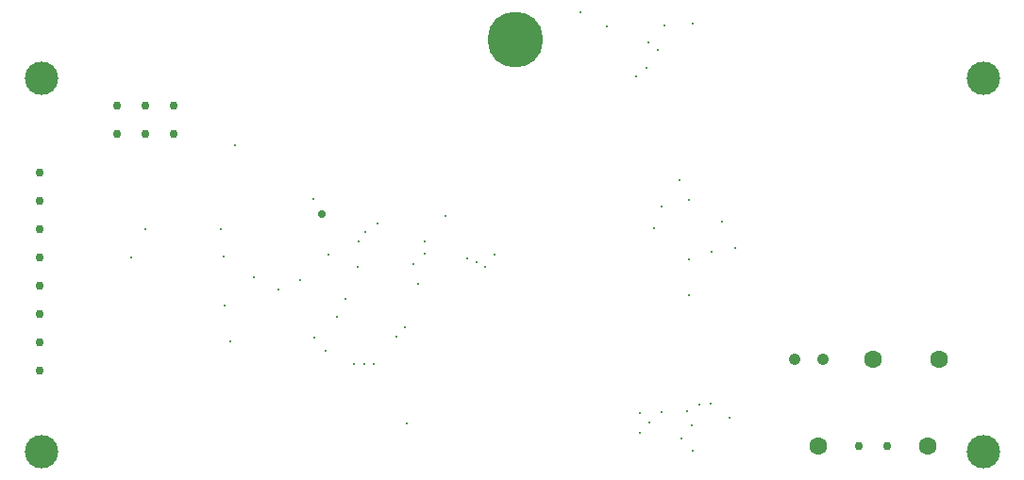
<source format=gbr>
%TF.GenerationSoftware,Altium Limited,Altium Designer,18.1.7 (191)*%
G04 Layer_Color=0*
%FSLAX26Y26*%
%MOIN*%
%TF.FileFunction,Plated,1,2,PTH,Drill*%
%TF.Part,Single*%
G01*
G75*
%TA.AperFunction,ComponentDrill*%
%ADD90C,0.062992*%
%ADD91C,0.030000*%
%ADD92C,0.030000*%
%TA.AperFunction,OtherDrill,Free Pad (1771.653mil,1555.118mil)*%
%ADD93C,0.196850*%
%TA.AperFunction,ComponentDrill*%
%ADD94C,0.042000*%
%TA.AperFunction,OtherDrill,Free Pad (98.425mil,98.425mil)*%
%ADD95C,0.118110*%
%TA.AperFunction,OtherDrill,Free Pad (98.425mil,1417.323mil)*%
%ADD96C,0.118110*%
%TA.AperFunction,OtherDrill,Free Pad (3425.197mil,1417.323mil)*%
%ADD97C,0.118110*%
%TA.AperFunction,OtherDrill,Free Pad (3425.197mil,98.425mil)*%
%ADD98C,0.118110*%
%TA.AperFunction,ViaDrill,NotFilled*%
%ADD99C,0.011811*%
%ADD100C,0.027559*%
D90*
X3035590Y427087D02*
D03*
X3268661D02*
D03*
X2842874Y117835D02*
D03*
X3228346Y120079D02*
D03*
D91*
X2986496Y118937D02*
D03*
X3086496D02*
D03*
X566685Y1323000D02*
D03*
X466685D02*
D03*
X366685D02*
D03*
Y1223000D02*
D03*
X466685D02*
D03*
X566685D02*
D03*
D92*
X93685Y386000D02*
D03*
Y486000D02*
D03*
Y586000D02*
D03*
Y686000D02*
D03*
Y1086000D02*
D03*
Y986000D02*
D03*
Y886000D02*
D03*
Y786000D02*
D03*
D93*
X1771653Y1555118D02*
D03*
D94*
X2758504Y427087D02*
D03*
X2858504D02*
D03*
D95*
X98425Y98425D02*
D03*
D96*
Y1417323D02*
D03*
D97*
X3425197D02*
D03*
D98*
Y98425D02*
D03*
D99*
X2549882Y817323D02*
D03*
X2262638Y888189D02*
D03*
X2502559Y911457D02*
D03*
X2467913Y805787D02*
D03*
X2291220Y966142D02*
D03*
X2385039Y779575D02*
D03*
Y987385D02*
D03*
X1700591Y794882D02*
D03*
X2097047Y1602520D02*
D03*
X2237795Y1455276D02*
D03*
X2212756Y236299D02*
D03*
X1389213Y199567D02*
D03*
X2002165Y1650945D02*
D03*
X1668196Y753880D02*
D03*
X1637480Y767756D02*
D03*
X2201220Y1424685D02*
D03*
X1602126Y781063D02*
D03*
X2398987Y1612445D02*
D03*
X2242716Y1546142D02*
D03*
X2278032Y1517402D02*
D03*
X2301078Y1604210D02*
D03*
X1142205Y574961D02*
D03*
X1112685Y795779D02*
D03*
X1285433Y905551D02*
D03*
X2381039Y241720D02*
D03*
X2385157Y652205D02*
D03*
X1104528Y455984D02*
D03*
X1061772Y502520D02*
D03*
X1451614Y843661D02*
D03*
X2211685Y166000D02*
D03*
X1352401Y507205D02*
D03*
X2530748Y217284D02*
D03*
X1273835Y409000D02*
D03*
X1240493D02*
D03*
X1204685D02*
D03*
X2245685Y202000D02*
D03*
X2464685Y270000D02*
D03*
X1384842Y540158D02*
D03*
X1414457Y763472D02*
D03*
X1527953Y930945D02*
D03*
X1059094Y992716D02*
D03*
X1243701Y874055D02*
D03*
X1217953Y750787D02*
D03*
X1218386Y843661D02*
D03*
X849063Y716378D02*
D03*
X1172331Y640268D02*
D03*
X1428583Y693150D02*
D03*
X767685Y488000D02*
D03*
X415685Y787000D02*
D03*
X466685Y886000D02*
D03*
X1454685Y797748D02*
D03*
X937685Y672000D02*
D03*
X1011997Y705228D02*
D03*
X733685Y886315D02*
D03*
X784656Y1181000D02*
D03*
X747685Y615000D02*
D03*
X741685Y788000D02*
D03*
X2422598Y264000D02*
D03*
X2395709Y192284D02*
D03*
X2359417Y147127D02*
D03*
X2289016Y238819D02*
D03*
X2351902Y1060000D02*
D03*
X2400685Y103820D02*
D03*
D100*
X1089685Y940000D02*
D03*
%TF.MD5,e917254f0f25bee5e2bbae6e3bd03b18*%
M02*

</source>
